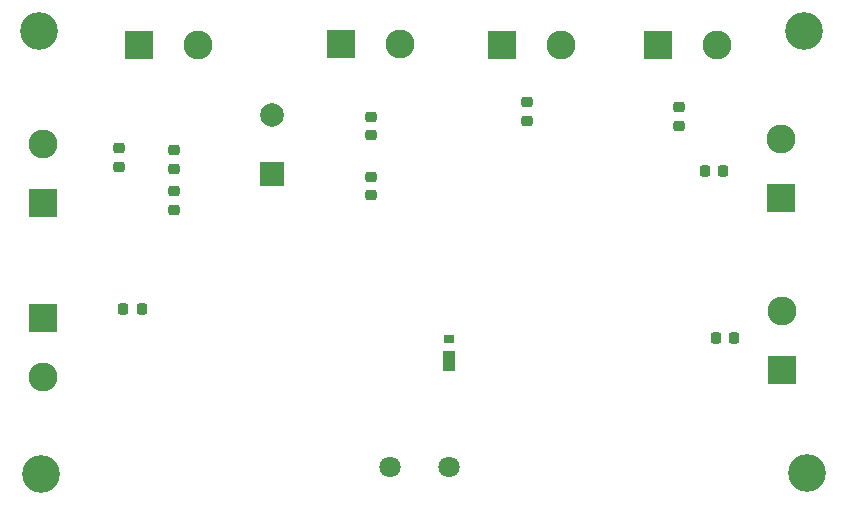
<source format=gbr>
%TF.GenerationSoftware,KiCad,Pcbnew,8.0.2*%
%TF.CreationDate,2024-07-10T14:47:37-04:00*%
%TF.ProjectId,Low-Power_PDP,4c6f772d-506f-4776-9572-5f5044502e6b,rev?*%
%TF.SameCoordinates,Original*%
%TF.FileFunction,Soldermask,Top*%
%TF.FilePolarity,Negative*%
%FSLAX46Y46*%
G04 Gerber Fmt 4.6, Leading zero omitted, Abs format (unit mm)*
G04 Created by KiCad (PCBNEW 8.0.2) date 2024-07-10 14:47:37*
%MOMM*%
%LPD*%
G01*
G04 APERTURE LIST*
G04 Aperture macros list*
%AMRoundRect*
0 Rectangle with rounded corners*
0 $1 Rounding radius*
0 $2 $3 $4 $5 $6 $7 $8 $9 X,Y pos of 4 corners*
0 Add a 4 corners polygon primitive as box body*
4,1,4,$2,$3,$4,$5,$6,$7,$8,$9,$2,$3,0*
0 Add four circle primitives for the rounded corners*
1,1,$1+$1,$2,$3*
1,1,$1+$1,$4,$5*
1,1,$1+$1,$6,$7*
1,1,$1+$1,$8,$9*
0 Add four rect primitives between the rounded corners*
20,1,$1+$1,$2,$3,$4,$5,0*
20,1,$1+$1,$4,$5,$6,$7,0*
20,1,$1+$1,$6,$7,$8,$9,0*
20,1,$1+$1,$8,$9,$2,$3,0*%
G04 Aperture macros list end*
%ADD10RoundRect,0.102000X-1.125000X-1.125000X1.125000X-1.125000X1.125000X1.125000X-1.125000X1.125000X0*%
%ADD11C,2.454000*%
%ADD12RoundRect,0.225000X-0.250000X0.225000X-0.250000X-0.225000X0.250000X-0.225000X0.250000X0.225000X0*%
%ADD13RoundRect,0.225000X0.250000X-0.225000X0.250000X0.225000X-0.250000X0.225000X-0.250000X-0.225000X0*%
%ADD14RoundRect,0.102000X1.125000X-1.125000X1.125000X1.125000X-1.125000X1.125000X-1.125000X-1.125000X0*%
%ADD15R,2.000000X2.000000*%
%ADD16C,2.000000*%
%ADD17C,3.200000*%
%ADD18RoundRect,0.102000X-1.125000X1.125000X-1.125000X-1.125000X1.125000X-1.125000X1.125000X1.125000X0*%
%ADD19RoundRect,0.225000X0.225000X0.250000X-0.225000X0.250000X-0.225000X-0.250000X0.225000X-0.250000X0*%
%ADD20R,1.092200X1.803400*%
%ADD21R,0.838200X0.711200*%
%ADD22C,1.803400*%
G04 APERTURE END LIST*
D10*
%TO.C,J3*%
X78600000Y-28200000D03*
D11*
X83600000Y-28200000D03*
%TD*%
D12*
%TO.C,C6*%
X94300000Y-33125000D03*
X94300000Y-34675000D03*
%TD*%
D13*
%TO.C,C4*%
X81100000Y-40975000D03*
X81100000Y-39425000D03*
%TD*%
D14*
%TO.C,J7*%
X53300000Y-41612500D03*
D11*
X53300000Y-36612500D03*
%TD*%
D15*
%TO.C,C5*%
X72700000Y-39167677D03*
D16*
X72700000Y-34167677D03*
%TD*%
D10*
%TO.C,J5*%
X105400000Y-28300000D03*
D11*
X110400000Y-28300000D03*
%TD*%
D17*
%TO.C,REF\u002A\u002A*%
X117800000Y-27100000D03*
%TD*%
D10*
%TO.C,J4*%
X92200000Y-28300000D03*
D11*
X97200000Y-28300000D03*
%TD*%
D12*
%TO.C,C3*%
X64400000Y-40650000D03*
X64400000Y-42200000D03*
%TD*%
D18*
%TO.C,J8*%
X53300000Y-51387500D03*
D11*
X53300000Y-56387500D03*
%TD*%
D19*
%TO.C,C8*%
X110900000Y-38900000D03*
X109350000Y-38900000D03*
%TD*%
D13*
%TO.C,C2*%
X64400000Y-38750000D03*
X64400000Y-37200000D03*
%TD*%
D20*
%TO.C,D1*%
X87700000Y-55051500D03*
D21*
X87700000Y-53202400D03*
%TD*%
D12*
%TO.C,C7*%
X107200000Y-33550000D03*
X107200000Y-35100000D03*
%TD*%
D17*
%TO.C,REF\u002A\u002A*%
X53000000Y-27100000D03*
%TD*%
D19*
%TO.C,C10*%
X111875000Y-53100000D03*
X110325000Y-53100000D03*
%TD*%
D13*
%TO.C,C9*%
X59800000Y-38575000D03*
X59800000Y-37025000D03*
%TD*%
D14*
%TO.C,J6*%
X115800000Y-41212500D03*
D11*
X115800000Y-36212500D03*
%TD*%
D10*
%TO.C,J2*%
X61487500Y-28300000D03*
D11*
X66487500Y-28300000D03*
%TD*%
D19*
%TO.C,C11*%
X61675000Y-50600000D03*
X60125000Y-50600000D03*
%TD*%
D14*
%TO.C,J9*%
X115900000Y-55812500D03*
D11*
X115900000Y-50812500D03*
%TD*%
D12*
%TO.C,C1*%
X81100000Y-34350000D03*
X81100000Y-35900000D03*
%TD*%
D22*
%TO.C,J1*%
X82704900Y-64002701D03*
X87704900Y-64002701D03*
%TD*%
D17*
%TO.C,REF\u002A\u002A*%
X53200000Y-64600000D03*
%TD*%
%TO.C,REF\u002A\u002A*%
X118000000Y-64500000D03*
%TD*%
M02*

</source>
